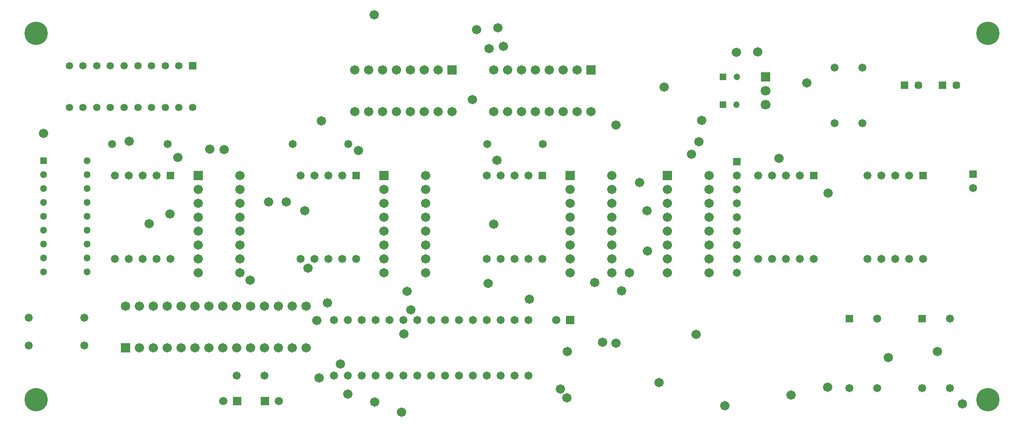
<source format=gts>
G04*
G04 #@! TF.GenerationSoftware,Altium Limited,Altium Designer,22.10.1 (41)*
G04*
G04 Layer_Color=8388736*
%FSLAX44Y44*%
%MOMM*%
G71*
G04*
G04 #@! TF.SameCoordinates,1B9686B6-E39C-41AD-B85E-D0C14699C224*
G04*
G04*
G04 #@! TF.FilePolarity,Negative*
G04*
G01*
G75*
%ADD18R,1.5032X1.5032*%
%ADD19C,1.5032*%
%ADD20C,1.4732*%
%ADD21R,1.4732X1.4732*%
%ADD22R,1.4732X1.4732*%
%ADD23C,4.2672*%
%ADD24C,1.4500*%
%ADD25R,1.4500X1.4500*%
%ADD26C,1.3500*%
%ADD27R,1.3500X1.3500*%
%ADD28C,1.7032*%
%ADD29R,1.7032X1.7032*%
%ADD30R,1.7032X1.7032*%
%ADD31C,1.3000*%
%ADD32R,1.3000X1.3000*%
%ADD33R,1.2000X1.2000*%
%ADD34C,1.2000*%
%ADD35R,1.8032X1.8032*%
%ADD36C,1.8032*%
D18*
X1566000Y-113800D02*
D03*
X1008000Y-262000D02*
D03*
X957200D02*
D03*
D19*
X1540600Y-113800D02*
D03*
X1033400Y-262000D02*
D03*
X931800D02*
D03*
D20*
X1261200Y-113800D02*
D03*
Y-215400D02*
D03*
X1312000Y-113800D02*
D03*
Y-215400D02*
D03*
X1337400Y-113800D02*
D03*
Y-215400D02*
D03*
X1388200Y-113800D02*
D03*
Y-215400D02*
D03*
X1362800Y-113800D02*
D03*
Y-215400D02*
D03*
X1286600D02*
D03*
Y-113800D02*
D03*
X1413600D02*
D03*
Y-215400D02*
D03*
X1464400Y-113800D02*
D03*
Y-215400D02*
D03*
X1489800Y-113800D02*
D03*
Y-215400D02*
D03*
X1439000D02*
D03*
Y-113800D02*
D03*
X1210400D02*
D03*
Y-215400D02*
D03*
X1185000D02*
D03*
Y-113800D02*
D03*
X1235800Y-215400D02*
D03*
Y-113800D02*
D03*
X1134200Y-215400D02*
D03*
Y-113800D02*
D03*
X1159600D02*
D03*
Y-215400D02*
D03*
X1871200Y-27800D02*
D03*
Y-2400D02*
D03*
Y23000D02*
D03*
Y48400D02*
D03*
Y73800D02*
D03*
Y99200D02*
D03*
Y124600D02*
D03*
Y150000D02*
D03*
X2076600Y-238500D02*
D03*
X2127400Y-111500D02*
D03*
Y-238500D02*
D03*
X2209600D02*
D03*
X2260400Y-111500D02*
D03*
Y-238500D02*
D03*
X2302600Y127500D02*
D03*
X1007200Y-215400D02*
D03*
X956400D02*
D03*
X2049400Y347600D02*
D03*
Y246000D02*
D03*
X2100200Y347600D02*
D03*
Y246000D02*
D03*
X576200Y-109600D02*
D03*
X677800D02*
D03*
X576200Y-160400D02*
D03*
X677800D02*
D03*
X830200Y207900D02*
D03*
X728600D02*
D03*
X1160400D02*
D03*
X1058800D02*
D03*
X1414400D02*
D03*
X1516000D02*
D03*
X784800Y150000D02*
D03*
X810200D02*
D03*
X759400D02*
D03*
X734000D02*
D03*
X835600Y-2400D02*
D03*
X810200D02*
D03*
X784800D02*
D03*
X759400D02*
D03*
X734000D02*
D03*
X1124800Y150000D02*
D03*
X1150200D02*
D03*
X1099400D02*
D03*
X1074000D02*
D03*
X1175600Y-2400D02*
D03*
X1150200D02*
D03*
X1124800D02*
D03*
X1099400D02*
D03*
X1074000D02*
D03*
X1464800Y150000D02*
D03*
X1490200D02*
D03*
X1439400D02*
D03*
X1414000D02*
D03*
X1515600Y-2400D02*
D03*
X1490200D02*
D03*
X1464800D02*
D03*
X1439400D02*
D03*
X1414000D02*
D03*
X1910000D02*
D03*
X1935400D02*
D03*
X1960800D02*
D03*
X1986200D02*
D03*
X2011600D02*
D03*
X1910000Y150000D02*
D03*
X1935400D02*
D03*
X1986200D02*
D03*
X1960800D02*
D03*
X2110000Y-2400D02*
D03*
X2135400D02*
D03*
X2160800D02*
D03*
X2186200D02*
D03*
X2211600D02*
D03*
X2110000Y150000D02*
D03*
X2135400D02*
D03*
X2186200D02*
D03*
X2160800D02*
D03*
D21*
X1871200Y175400D02*
D03*
X2076600Y-111500D02*
D03*
X2209600D02*
D03*
X2302600Y152900D02*
D03*
D22*
X835600Y150000D02*
D03*
X1175600D02*
D03*
X1515600D02*
D03*
X2011600D02*
D03*
X2211600D02*
D03*
D23*
X590000Y410000D02*
D03*
X2330000D02*
D03*
Y-260000D02*
D03*
X590000D02*
D03*
D24*
X2202700Y315000D02*
D03*
X2272700D02*
D03*
D25*
X2177300D02*
D03*
X2247300D02*
D03*
D26*
X876000Y274800D02*
D03*
X851000D02*
D03*
X826000D02*
D03*
X801000D02*
D03*
X776000D02*
D03*
X751000D02*
D03*
X726000D02*
D03*
X701000D02*
D03*
X676000D02*
D03*
X651000D02*
D03*
Y351000D02*
D03*
X676000D02*
D03*
X701000D02*
D03*
X726000D02*
D03*
X751000D02*
D03*
X776000D02*
D03*
X801000D02*
D03*
X826000D02*
D03*
X851000D02*
D03*
D27*
X876000D02*
D03*
D28*
X1426300Y267200D02*
D03*
X1451700D02*
D03*
X1477100D02*
D03*
X1502500D02*
D03*
X1527900D02*
D03*
X1553300D02*
D03*
X1578700D02*
D03*
X1604100D02*
D03*
X1426300Y343400D02*
D03*
X1451700D02*
D03*
X1477100D02*
D03*
X1502500D02*
D03*
X1527900D02*
D03*
X1553300D02*
D03*
X1578700D02*
D03*
X1324700D02*
D03*
X1299300D02*
D03*
X1273900D02*
D03*
X1248500D02*
D03*
X1223100D02*
D03*
X1197700D02*
D03*
X1172300D02*
D03*
X1350100Y267200D02*
D03*
X1324700D02*
D03*
X1299300D02*
D03*
X1273900D02*
D03*
X1248500D02*
D03*
X1223100D02*
D03*
X1197700D02*
D03*
X1172300D02*
D03*
X962600Y-27800D02*
D03*
Y-2400D02*
D03*
Y23000D02*
D03*
Y48400D02*
D03*
Y73800D02*
D03*
Y99200D02*
D03*
Y124600D02*
D03*
Y150000D02*
D03*
X886400Y-27800D02*
D03*
Y-2400D02*
D03*
Y23000D02*
D03*
Y48400D02*
D03*
Y73800D02*
D03*
Y99200D02*
D03*
Y124600D02*
D03*
X1226400D02*
D03*
Y99200D02*
D03*
Y73800D02*
D03*
Y48400D02*
D03*
Y23000D02*
D03*
Y-2400D02*
D03*
Y-27800D02*
D03*
X1302600Y150000D02*
D03*
Y124600D02*
D03*
Y99200D02*
D03*
Y73800D02*
D03*
Y48400D02*
D03*
Y23000D02*
D03*
Y-2400D02*
D03*
Y-27800D02*
D03*
X1566400Y124600D02*
D03*
Y99200D02*
D03*
Y73800D02*
D03*
Y48400D02*
D03*
Y23000D02*
D03*
Y-2400D02*
D03*
Y-27800D02*
D03*
X1642600Y150000D02*
D03*
Y124600D02*
D03*
Y99200D02*
D03*
Y73800D02*
D03*
Y48400D02*
D03*
Y23000D02*
D03*
Y-2400D02*
D03*
Y-27800D02*
D03*
X1744200Y124600D02*
D03*
Y99200D02*
D03*
Y73800D02*
D03*
Y48400D02*
D03*
Y23000D02*
D03*
Y-2400D02*
D03*
Y-27800D02*
D03*
X1820400Y150000D02*
D03*
Y124600D02*
D03*
Y99200D02*
D03*
Y73800D02*
D03*
Y48400D02*
D03*
Y23000D02*
D03*
Y-2400D02*
D03*
Y-27800D02*
D03*
X1083400Y-88400D02*
D03*
X1058000D02*
D03*
X1032600D02*
D03*
X1007200D02*
D03*
X981800D02*
D03*
X956400D02*
D03*
X931000D02*
D03*
X905600D02*
D03*
X880200D02*
D03*
X854800D02*
D03*
X829400D02*
D03*
X804000D02*
D03*
X778600D02*
D03*
X753200D02*
D03*
X1083400Y-164600D02*
D03*
X1058000D02*
D03*
X1032600D02*
D03*
X1007200D02*
D03*
X981800D02*
D03*
X956400D02*
D03*
X931000D02*
D03*
X905600D02*
D03*
X880200D02*
D03*
X854800D02*
D03*
X829400D02*
D03*
X804000D02*
D03*
X778600D02*
D03*
X1274826Y-95968D02*
D03*
X1416304Y-46946D02*
D03*
X1086866Y-19514D02*
D03*
X1111758Y249726D02*
D03*
X1737868Y311956D02*
D03*
X1802130Y211626D02*
D03*
X1707134Y85466D02*
D03*
X1014984Y101898D02*
D03*
X760222Y212388D02*
D03*
X1444498Y386378D02*
D03*
X1103630Y-115018D02*
D03*
X2148332Y-183090D02*
D03*
X1179830Y195370D02*
D03*
X1426464Y60885D02*
D03*
X981710Y-41358D02*
D03*
X1796542Y-140762D02*
D03*
X1625346Y-155150D02*
D03*
X1693418Y137204D02*
D03*
X1262126Y-139656D02*
D03*
X1395405Y416604D02*
D03*
X1999234Y319322D02*
D03*
X1707896Y12096D02*
D03*
X1947926Y181146D02*
D03*
X1788414Y188766D02*
D03*
X1806702Y250742D02*
D03*
X1418082Y382314D02*
D03*
X1870710Y375202D02*
D03*
X603625Y227425D02*
D03*
X2283382Y-267750D02*
D03*
X1207968Y443782D02*
D03*
X1660652Y-60662D02*
D03*
X1611122Y-45639D02*
D03*
X1491742Y-76410D02*
D03*
X1560576Y-256788D02*
D03*
X1434592Y420414D02*
D03*
X1909318Y376218D02*
D03*
X2237740Y-171660D02*
D03*
X1649915Y-156674D02*
D03*
X2037842Y117900D02*
D03*
X1107440Y-219920D02*
D03*
X1970278Y-251750D02*
D03*
X1209294Y-263862D02*
D03*
X1159600Y-249772D02*
D03*
X2036826Y-236684D02*
D03*
X1849374Y-270974D02*
D03*
X1257808Y-282658D02*
D03*
X1081024Y85896D02*
D03*
X849630Y182924D02*
D03*
X908050Y197910D02*
D03*
X834644Y79546D02*
D03*
X1122934Y-83268D02*
D03*
X1146810Y-194991D02*
D03*
X1561338Y-171406D02*
D03*
X934212Y197027D02*
D03*
X796798Y61766D02*
D03*
X1047502Y101898D02*
D03*
X1728747Y-228416D02*
D03*
X1548638Y-240601D02*
D03*
X1432814Y177844D02*
D03*
X1268730Y-61932D02*
D03*
X1387602Y288842D02*
D03*
X1650238Y242106D02*
D03*
X1674368Y-27800D02*
D03*
D29*
X1604100Y343400D02*
D03*
X1350100D02*
D03*
X753200Y-164600D02*
D03*
D30*
X886400Y150000D02*
D03*
X1226400D02*
D03*
X1566400D02*
D03*
X1744200D02*
D03*
D31*
X683000Y177400D02*
D03*
Y152000D02*
D03*
Y126600D02*
D03*
Y101200D02*
D03*
Y75800D02*
D03*
Y50400D02*
D03*
Y25000D02*
D03*
Y-400D02*
D03*
Y-25800D02*
D03*
X603625D02*
D03*
Y-400D02*
D03*
Y25000D02*
D03*
Y50400D02*
D03*
Y75800D02*
D03*
Y101200D02*
D03*
Y126600D02*
D03*
Y152000D02*
D03*
D32*
Y177400D02*
D03*
D33*
X1845800Y330700D02*
D03*
X1845400Y279900D02*
D03*
D34*
X1870800Y330700D02*
D03*
X1870400Y279900D02*
D03*
D35*
X1923500Y330000D02*
D03*
D36*
Y304600D02*
D03*
Y279200D02*
D03*
M02*

</source>
